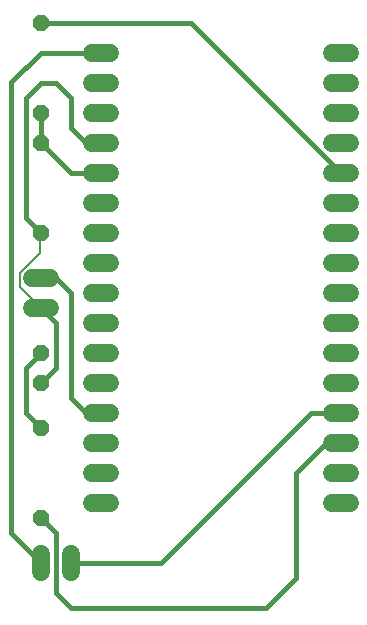
<source format=gbr>
G04 EAGLE Gerber RS-274X export*
G75*
%MOMM*%
%FSLAX34Y34*%
%LPD*%
%INBottom Copper*%
%IPPOS*%
%AMOC8*
5,1,8,0,0,1.08239X$1,22.5*%
G01*
%ADD10P,1.429621X8X292.500000*%
%ADD11C,1.524000*%
%ADD12P,1.429621X8X112.500000*%
%ADD13C,0.406400*%
%ADD14C,0.152400*%


D10*
X635000Y596900D03*
X635000Y571500D03*
D11*
X881380Y850900D02*
X896620Y850900D01*
X896620Y825500D02*
X881380Y825500D01*
X881380Y800100D02*
X896620Y800100D01*
X896620Y774700D02*
X881380Y774700D01*
X881380Y749300D02*
X896620Y749300D01*
X896620Y723900D02*
X881380Y723900D01*
X881380Y698500D02*
X896620Y698500D01*
X896620Y673100D02*
X881380Y673100D01*
X881380Y647700D02*
X896620Y647700D01*
X896620Y622300D02*
X881380Y622300D01*
X881380Y596900D02*
X896620Y596900D01*
X896620Y571500D02*
X881380Y571500D01*
X881380Y546100D02*
X896620Y546100D01*
X896620Y520700D02*
X881380Y520700D01*
X881380Y495300D02*
X896620Y495300D01*
X896620Y469900D02*
X881380Y469900D01*
X693420Y850900D02*
X678180Y850900D01*
X678180Y825500D02*
X693420Y825500D01*
X693420Y800100D02*
X678180Y800100D01*
X678180Y774700D02*
X693420Y774700D01*
X693420Y749300D02*
X678180Y749300D01*
X678180Y723900D02*
X693420Y723900D01*
X693420Y698500D02*
X678180Y698500D01*
X678180Y673100D02*
X693420Y673100D01*
X693420Y647700D02*
X678180Y647700D01*
X678180Y622300D02*
X693420Y622300D01*
X693420Y596900D02*
X678180Y596900D01*
X678180Y571500D02*
X693420Y571500D01*
X693420Y546100D02*
X678180Y546100D01*
X678180Y520700D02*
X693420Y520700D01*
X693420Y495300D02*
X678180Y495300D01*
X678180Y469900D02*
X693420Y469900D01*
X642620Y635000D02*
X627380Y635000D01*
X627380Y660400D02*
X642620Y660400D01*
D10*
X635000Y533400D03*
X635000Y457200D03*
D12*
X635000Y698500D03*
X635000Y774700D03*
D10*
X635000Y876300D03*
X635000Y800100D03*
D11*
X635000Y426720D02*
X635000Y411480D01*
X660400Y411480D02*
X660400Y426720D01*
D13*
X622300Y584200D02*
X635000Y596900D01*
X622300Y584200D02*
X622300Y546100D01*
X635000Y533400D01*
X660400Y419100D02*
X736600Y419100D01*
X863600Y546100D01*
X889000Y546100D01*
D14*
X633984Y681228D02*
X633984Y697992D01*
X633984Y681228D02*
X617220Y664464D01*
X617220Y652272D01*
X633984Y635508D01*
X633984Y697992D02*
X635000Y698500D01*
X633984Y635508D02*
X635000Y635000D01*
D13*
X647700Y622300D01*
X647700Y584200D01*
X635000Y571500D01*
X673100Y774700D02*
X685800Y774700D01*
X673100Y774700D02*
X660400Y787400D01*
X660400Y812800D01*
X647700Y825500D01*
X635000Y825500D01*
X622300Y812800D01*
X622300Y711200D01*
X635000Y698500D01*
X635000Y774700D02*
X635000Y800100D01*
X635000Y774700D02*
X660400Y749300D01*
X685800Y749300D01*
X647700Y660400D02*
X635000Y660400D01*
X647700Y660400D02*
X660400Y647700D01*
X660400Y558800D01*
X673100Y546100D01*
X685800Y546100D01*
X635000Y457200D02*
X647700Y444500D01*
X647700Y393700D02*
X660400Y381000D01*
X825500Y381000D01*
X850900Y406400D01*
X850900Y495300D02*
X876300Y520700D01*
X889000Y520700D01*
X647700Y444500D02*
X647700Y393700D01*
X850900Y406400D02*
X850900Y495300D01*
X762000Y876300D02*
X635000Y876300D01*
X762000Y876300D02*
X889000Y749300D01*
X685800Y850900D02*
X635000Y850900D01*
X609854Y825754D01*
X609854Y444246D02*
X635000Y419100D01*
X609854Y444246D02*
X609854Y825754D01*
M02*

</source>
